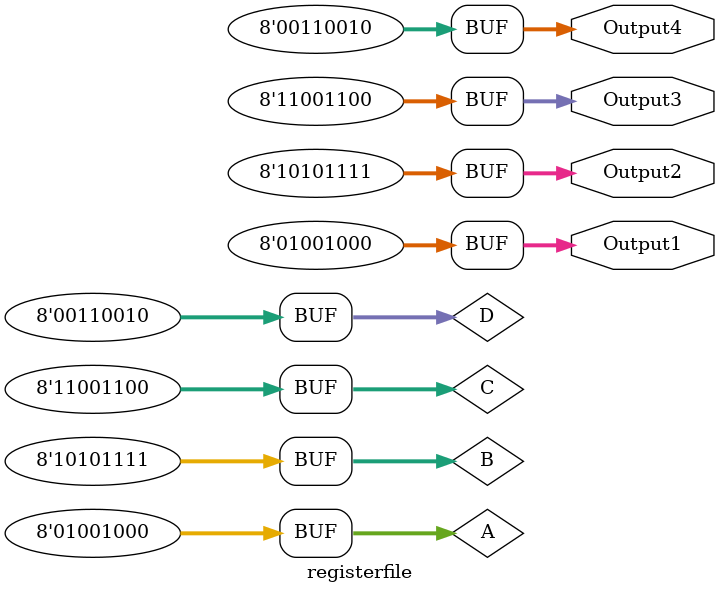
<source format=v>
module registerfile(Output1,Output2,Output3,Output4);
wire [7:0]A;
wire [7:0]B;
wire [7:0]C;
wire [7:0]D;
output wire [7:0]Output1;
output wire [7:0]Output2;
output wire [7:0]Output3;
output wire [7:0]Output4;
assign A=8'b01001000;
assign B=8'b10101111;
assign C=8'b11001100;
assign D=8'b00110010;
assign Output1=A;
assign Output2=B;
assign Output3=C;
assign Output4=D;


/*assign Output1[7:0] = (Input[3:2]==00)?A:(Input[3:2]==01)?B:(Input[3:2]==10)?C:D;
assign Output2[7:0] = (Input[1:0]==00)?A:(Input[1:0]==01)?B:(Input[1:0]==10)?C:D;*/

/*
always @*
begin
case(Input)

4'b0010: begin Output1=A; Output2=C; end
4'b0011: begin Output1=A; Output2=D; end
4'b0001: begin Output1=A; Output2=B; end
4'b0000: begin Output1=A; Output2=A; end
4'b0110: begin Output1=B; Output2=C; end
4'b0111: begin Output1=B; Output2=D; end
4'b0100: begin Output1=B; Output2=A; end 
4'b0101: begin Output1=B; Output2=B; end
4'b1001: begin Output1=C; Output2=B; end
4'b1000: begin Output1=C; Output2=A; end
4'b1010: begin Output1=C; Output2=C; end
4'b1011: begin Output1=C; Output2=D; end
4'b1101: begin Output1=D; Output2=B; end
4'b1100: begin Output1=D; Output2=A; end
4'b1110: begin Output1=D; Output2=C; end
4'b1111: begin Output1=D; Output2=D; end
default: begin Output1=A; Output2=C; end

endcase	
end */
endmodule 
</source>
